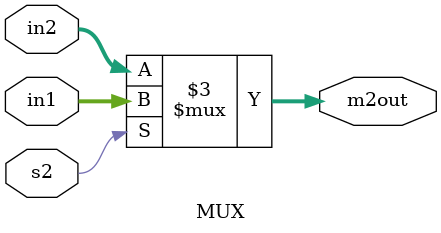
<source format=v>
`timescale 1ns / 1ps

module MUX (in1, in2, s2, m2out);
input [2:0] in1, in2;
input s2;
output reg [2:0] m2out;

always @ (in1, in2, s2)
begin
if (s2)
	m2out = in1;
else
	m2out = in2;
end

endmodule //MUX2

</source>
